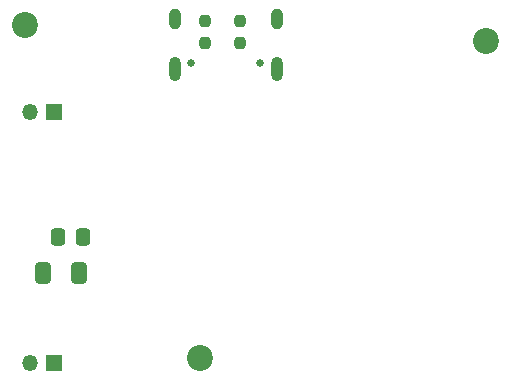
<source format=gbs>
%TF.GenerationSoftware,KiCad,Pcbnew,8.0.4*%
%TF.CreationDate,2024-10-06T13:03:41-05:00*%
%TF.ProjectId,BinauralMic,42696e61-7572-4616-9c4d-69632e6b6963,rev?*%
%TF.SameCoordinates,Original*%
%TF.FileFunction,Soldermask,Bot*%
%TF.FilePolarity,Negative*%
%FSLAX46Y46*%
G04 Gerber Fmt 4.6, Leading zero omitted, Abs format (unit mm)*
G04 Created by KiCad (PCBNEW 8.0.4) date 2024-10-06 13:03:41*
%MOMM*%
%LPD*%
G01*
G04 APERTURE LIST*
G04 Aperture macros list*
%AMRoundRect*
0 Rectangle with rounded corners*
0 $1 Rounding radius*
0 $2 $3 $4 $5 $6 $7 $8 $9 X,Y pos of 4 corners*
0 Add a 4 corners polygon primitive as box body*
4,1,4,$2,$3,$4,$5,$6,$7,$8,$9,$2,$3,0*
0 Add four circle primitives for the rounded corners*
1,1,$1+$1,$2,$3*
1,1,$1+$1,$4,$5*
1,1,$1+$1,$6,$7*
1,1,$1+$1,$8,$9*
0 Add four rect primitives between the rounded corners*
20,1,$1+$1,$2,$3,$4,$5,0*
20,1,$1+$1,$4,$5,$6,$7,0*
20,1,$1+$1,$6,$7,$8,$9,0*
20,1,$1+$1,$8,$9,$2,$3,0*%
G04 Aperture macros list end*
%ADD10R,1.350000X1.350000*%
%ADD11O,1.350000X1.350000*%
%ADD12C,2.200000*%
%ADD13C,0.650000*%
%ADD14O,1.000000X2.100000*%
%ADD15O,1.000000X1.800000*%
%ADD16RoundRect,0.237500X0.237500X-0.250000X0.237500X0.250000X-0.237500X0.250000X-0.237500X-0.250000X0*%
%ADD17RoundRect,0.250000X0.412500X0.650000X-0.412500X0.650000X-0.412500X-0.650000X0.412500X-0.650000X0*%
%ADD18RoundRect,0.250000X0.337500X0.475000X-0.337500X0.475000X-0.337500X-0.475000X0.337500X-0.475000X0*%
G04 APERTURE END LIST*
D10*
%TO.C,J4*%
X126037500Y-61600000D03*
D11*
X124037499Y-61600000D03*
%TD*%
D12*
%TO.C,REF\u002A\u002A*%
X123600000Y-54200000D03*
%TD*%
D10*
%TO.C,J3*%
X126037500Y-82800000D03*
D11*
X124037499Y-82800000D03*
%TD*%
D12*
%TO.C,REF\u002A\u002A*%
X162600000Y-55600000D03*
%TD*%
%TO.C,REF\u002A\u002A*%
X138400000Y-82400000D03*
%TD*%
D13*
%TO.C,J2*%
X143455981Y-57414546D03*
X137675981Y-57414546D03*
D14*
X144885981Y-57914546D03*
D15*
X144885981Y-53734546D03*
D14*
X136245981Y-57914546D03*
D15*
X136245981Y-53734546D03*
%TD*%
D16*
%TO.C,R2*%
X141815980Y-55722046D03*
X141815980Y-53897046D03*
%TD*%
%TO.C,R3*%
X138815982Y-55722046D03*
X138815982Y-53897046D03*
%TD*%
D17*
%TO.C,C12*%
X128200000Y-75250000D03*
X125075000Y-75250000D03*
%TD*%
D18*
%TO.C,C10*%
X128475000Y-72162498D03*
X126400000Y-72162498D03*
%TD*%
M02*

</source>
